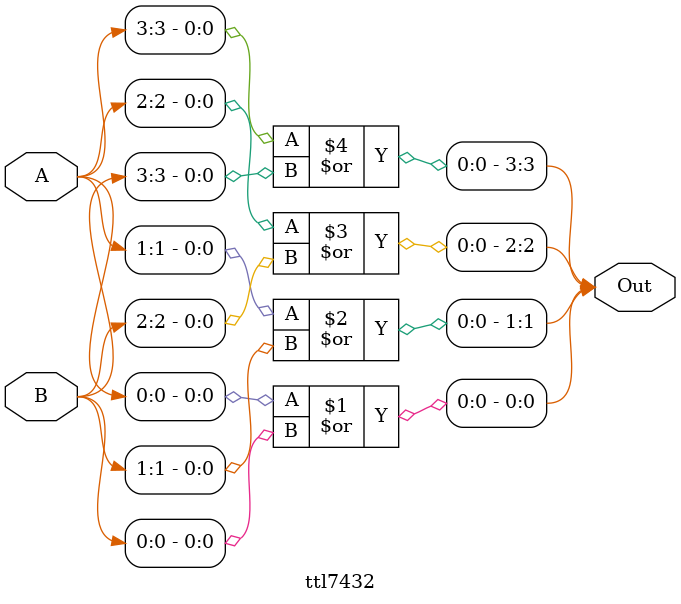
<source format=v>
module ttl7432(Out, A, B);
    output [3:0] Out;
    input [3:0] A;
    input [3:0] B;

    // ON 74LS32
    or #(0:14:22) (Out[0], A[0], B[0]);
    or #(0:14:22) (Out[1], A[1], B[1]);
    or #(0:14:22) (Out[2], A[2], B[2]);
    or #(0:14:22) (Out[3], A[3], B[3]);
endmodule

</source>
